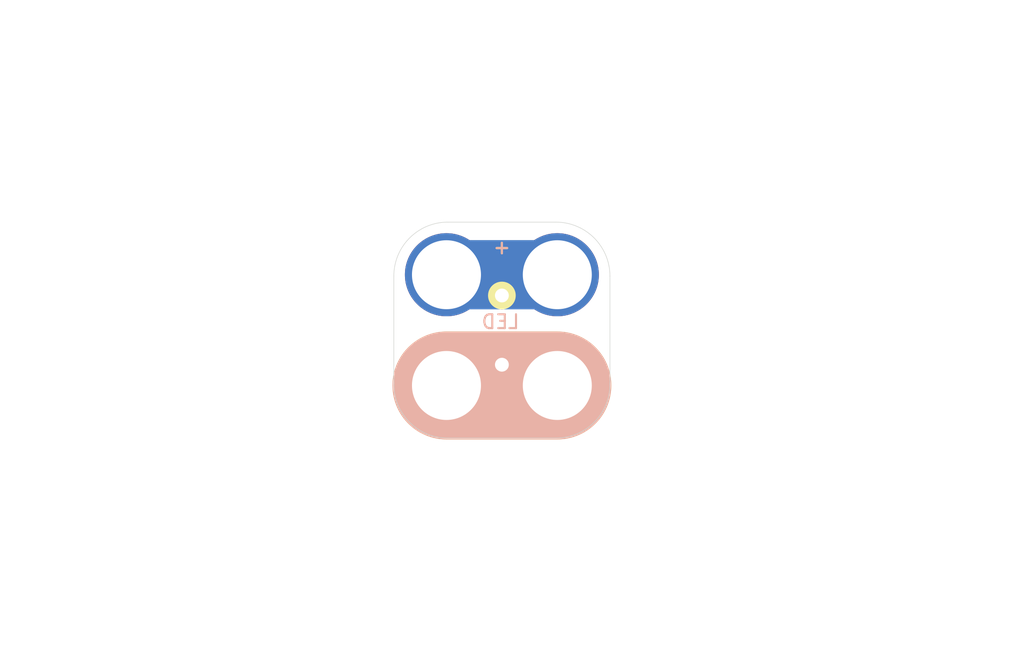
<source format=kicad_pcb>
(kicad_pcb (version 4) (host pcbnew 4.0.4+e1-6308~48~ubuntu16.04.1-stable)

  (general
    (links 0)
    (no_connects 0)
    (area 104.572999 74.854999 178.510001 123.265001)
    (thickness 1.6)
    (drawings 17)
    (tracks 0)
    (zones 0)
    (modules 1)
    (nets 1)
  )

  (page USLetter)
  (title_block
    (title "2x2 Through-hole LED Module")
    (date "December 15, 2016")
    (rev 1.0)
    (company "All rights reserved.")
    (comment 1 help@browndoggadgets.com)
    (comment 2 http://browndoggadgets.com/)
    (comment 3 "Brown Dog Gadgets")
  )

  (layers
    (0 F.Cu signal)
    (31 B.Cu signal)
    (34 B.Paste user)
    (35 F.Paste user)
    (36 B.SilkS user)
    (37 F.SilkS user)
    (38 B.Mask user)
    (39 F.Mask user)
    (44 Edge.Cuts user)
    (46 B.CrtYd user)
    (47 F.CrtYd user)
    (48 B.Fab user)
    (49 F.Fab user)
  )

  (setup
    (last_trace_width 0.254)
    (user_trace_width 0.1524)
    (user_trace_width 0.254)
    (user_trace_width 0.3302)
    (user_trace_width 0.508)
    (user_trace_width 0.762)
    (user_trace_width 1.27)
    (trace_clearance 0.254)
    (zone_clearance 0.508)
    (zone_45_only no)
    (trace_min 0.1524)
    (segment_width 0.1524)
    (edge_width 0.1524)
    (via_size 0.6858)
    (via_drill 0.3302)
    (via_min_size 0.6858)
    (via_min_drill 0.3302)
    (user_via 0.6858 0.3302)
    (user_via 0.762 0.4064)
    (user_via 0.8636 0.508)
    (uvia_size 0.6858)
    (uvia_drill 0.3302)
    (uvias_allowed no)
    (uvia_min_size 0)
    (uvia_min_drill 0)
    (pcb_text_width 0.1524)
    (pcb_text_size 1.016 1.016)
    (mod_edge_width 0.1524)
    (mod_text_size 1.016 1.016)
    (mod_text_width 0.1524)
    (pad_size 1.524 1.524)
    (pad_drill 0.762)
    (pad_to_mask_clearance 0.0762)
    (solder_mask_min_width 0.1016)
    (pad_to_paste_clearance -0.0762)
    (aux_axis_origin 0 0)
    (visible_elements FFFEDF7D)
    (pcbplotparams
      (layerselection 0x310fc_80000001)
      (usegerberextensions true)
      (excludeedgelayer true)
      (linewidth 0.100000)
      (plotframeref false)
      (viasonmask false)
      (mode 1)
      (useauxorigin false)
      (hpglpennumber 1)
      (hpglpenspeed 20)
      (hpglpendiameter 15)
      (hpglpenoverlay 2)
      (psnegative false)
      (psa4output false)
      (plotreference true)
      (plotvalue true)
      (plotinvisibletext false)
      (padsonsilk false)
      (subtractmaskfromsilk false)
      (outputformat 1)
      (mirror false)
      (drillshape 0)
      (scaleselection 1)
      (outputdirectory gerbers))
  )

  (net 0 "")

  (net_class Default "This is the default net class."
    (clearance 0.254)
    (trace_width 0.254)
    (via_dia 0.6858)
    (via_drill 0.3302)
    (uvia_dia 0.6858)
    (uvia_drill 0.3302)
  )

  (module Rewire_Circuits:LED-10MMD-5MMP-TH-2x2 (layer F.Cu) (tedit 582F5774) (tstamp 58535F5B)
    (at 136.8 102.7)
    (descr "10mm LED 5mm pitch through hole center polarized")
    (fp_text reference LED (at 3.9 -4.6) (layer B.SilkS)
      (effects (font (size 1 1) (thickness 0.15)) (justify mirror))
    )
    (fp_text value Val** (at 4 -4) (layer F.Fab) hide
      (effects (font (size 1 1) (thickness 0.15)))
    )
    (fp_text user %R (at 3.99 -3.99) (layer F.Fab)
      (effects (font (size 1 1) (thickness 0.15)))
    )
    (fp_line (start 8 -8) (end 0 -8) (layer B.Mask) (width 5))
    (fp_line (start 0 0) (end 8 0) (layer F.SilkS) (width 7.8))
    (fp_text user + (at 4 -10) (layer F.SilkS)
      (effects (font (size 1 1) (thickness 0.15)))
    )
    (fp_text user + (at 4 -10) (layer B.SilkS)
      (effects (font (size 1 1) (thickness 0.15)) (justify mirror))
    )
    (fp_text user - (at 4 3) (layer F.SilkS)
      (effects (font (size 1 1) (thickness 0.15)))
    )
    (fp_line (start 8 -8) (end 0 -8) (layer B.Cu) (width 5))
    (fp_line (start 8 0) (end 0 0) (layer B.Mask) (width 5))
    (fp_line (start 8 0) (end 0 0) (layer B.Cu) (width 5))
    (fp_line (start 7.9 -11.8) (end 0.1 -11.8) (layer F.Fab) (width 0.04064))
    (fp_line (start 7.9 3.8) (end 0.1 3.8) (layer F.Fab) (width 0.04064))
    (fp_line (start 11.8 -0.1) (end 11.8 -7.9) (layer F.Fab) (width 0.04064))
    (fp_line (start -3.8 -0.1) (end -3.8 -7.9) (layer F.Fab) (width 0.04064))
    (fp_arc (start 7.9 -7.9) (end 7.9 -11.8) (angle 90) (layer F.Fab) (width 0.04064))
    (fp_arc (start 7.9 -0.1) (end 11.8 -0.1) (angle 90) (layer F.Fab) (width 0.04064))
    (fp_arc (start 0.1 -0.1) (end 0.1 3.8) (angle 90) (layer F.Fab) (width 0.04064))
    (fp_arc (start 0.1 -7.9) (end -3.8 -7.9) (angle 90) (layer F.Fab) (width 0.04064))
    (fp_line (start 7.9 -11.8) (end 0.1 -11.8) (layer Edge.Cuts) (width 0.04064))
    (fp_line (start 7.9 3.8) (end 0.1 3.8) (layer Edge.Cuts) (width 0.04064))
    (fp_line (start 11.8 -0.1) (end 11.8 -7.9) (layer Edge.Cuts) (width 0.04064))
    (fp_line (start -3.8 -0.1) (end -3.8 -7.9) (layer Edge.Cuts) (width 0.04064))
    (fp_arc (start 7.9 -7.9) (end 7.9 -11.8) (angle 90) (layer Edge.Cuts) (width 0.04064))
    (fp_arc (start 7.9 -0.1) (end 11.8 -0.1) (angle 90) (layer Edge.Cuts) (width 0.04064))
    (fp_arc (start 0.1 -0.1) (end 0.1 3.8) (angle 90) (layer Edge.Cuts) (width 0.04064))
    (fp_arc (start 0.1 -7.9) (end -3.8 -7.9) (angle 90) (layer Edge.Cuts) (width 0.04064))

    (fp_line (start 0 0) (end 8 0) (layer B.SilkS) (width 7.8))
    (pad + thru_hole circle (at 4 -6.5) (size 2 2) (drill 1.00076) (layers *.Cu *.Mask F.SilkS))
    (pad - thru_hole circle (at 4 -1.5 270) (size 1.9 1.9) (drill 1.00076) (layers *.Cu *.Mask F.SilkS))
    (pad - thru_hole circle (at 0 0) (size 6 6) (drill 4.98) (layers *.Cu *.Mask))
    (pad + thru_hole circle (at 0 -8) (size 6 6) (drill 4.98) (layers *.Cu *.Mask))
    (pad + thru_hole circle (at 8 -8) (size 6 6) (drill 4.98) (layers *.Cu *.Mask))
    (pad - thru_hole circle (at 8 0) (size 6 6) (drill 4.98) (layers *.Cu *.Mask))
  )

  (gr_circle (center 117.348 76.962) (end 118.618 76.962) (layer Dwgs.User) (width 0.15))
  (gr_line (start 114.427 78.994) (end 114.427 74.93) (angle 90) (layer Dwgs.User) (width 0.15))
  (gr_line (start 120.269 78.994) (end 114.427 78.994) (angle 90) (layer Dwgs.User) (width 0.15))
  (gr_line (start 120.269 74.93) (end 120.269 78.994) (angle 90) (layer Dwgs.User) (width 0.15))
  (gr_line (start 114.427 74.93) (end 120.269 74.93) (angle 90) (layer Dwgs.User) (width 0.15))
  (gr_line (start 120.523 93.98) (end 104.648 93.98) (angle 90) (layer Dwgs.User) (width 0.15))
  (gr_line (start 173.355 102.235) (end 173.355 94.615) (angle 90) (layer Dwgs.User) (width 0.15))
  (gr_line (start 178.435 102.235) (end 173.355 102.235) (angle 90) (layer Dwgs.User) (width 0.15))
  (gr_line (start 178.435 94.615) (end 178.435 102.235) (angle 90) (layer Dwgs.User) (width 0.15))
  (gr_line (start 173.355 94.615) (end 178.435 94.615) (angle 90) (layer Dwgs.User) (width 0.15))
  (gr_line (start 109.093 123.19) (end 109.093 114.3) (angle 90) (layer Dwgs.User) (width 0.15))
  (gr_line (start 122.428 123.19) (end 109.093 123.19) (angle 90) (layer Dwgs.User) (width 0.15))
  (gr_line (start 122.428 114.3) (end 122.428 123.19) (angle 90) (layer Dwgs.User) (width 0.15))
  (gr_line (start 109.093 114.3) (end 122.428 114.3) (angle 90) (layer Dwgs.User) (width 0.15))
  (gr_line (start 104.648 93.98) (end 104.648 82.55) (angle 90) (layer Dwgs.User) (width 0.15))
  (gr_line (start 120.523 82.55) (end 120.523 93.98) (angle 90) (layer Dwgs.User) (width 0.15))
  (gr_line (start 104.648 82.55) (end 120.523 82.55) (angle 90) (layer Dwgs.User) (width 0.15))

)

</source>
